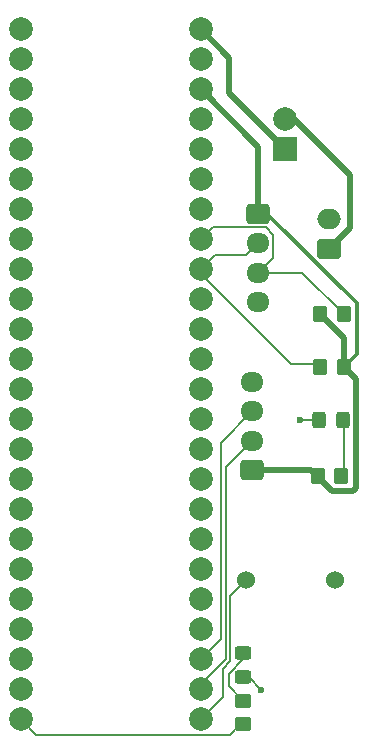
<source format=gbr>
%TF.GenerationSoftware,KiCad,Pcbnew,8.0.3*%
%TF.CreationDate,2024-12-28T15:57:08-05:00*%
%TF.ProjectId,mcu-board v2,6d63752d-626f-4617-9264-2076322e6b69,rev?*%
%TF.SameCoordinates,Original*%
%TF.FileFunction,Copper,L1,Top*%
%TF.FilePolarity,Positive*%
%FSLAX46Y46*%
G04 Gerber Fmt 4.6, Leading zero omitted, Abs format (unit mm)*
G04 Created by KiCad (PCBNEW 8.0.3) date 2024-12-28 15:57:08*
%MOMM*%
%LPD*%
G01*
G04 APERTURE LIST*
G04 Aperture macros list*
%AMRoundRect*
0 Rectangle with rounded corners*
0 $1 Rounding radius*
0 $2 $3 $4 $5 $6 $7 $8 $9 X,Y pos of 4 corners*
0 Add a 4 corners polygon primitive as box body*
4,1,4,$2,$3,$4,$5,$6,$7,$8,$9,$2,$3,0*
0 Add four circle primitives for the rounded corners*
1,1,$1+$1,$2,$3*
1,1,$1+$1,$4,$5*
1,1,$1+$1,$6,$7*
1,1,$1+$1,$8,$9*
0 Add four rect primitives between the rounded corners*
20,1,$1+$1,$2,$3,$4,$5,0*
20,1,$1+$1,$4,$5,$6,$7,0*
20,1,$1+$1,$6,$7,$8,$9,0*
20,1,$1+$1,$8,$9,$2,$3,0*%
G04 Aperture macros list end*
%TA.AperFunction,ComponentPad*%
%ADD10RoundRect,0.250000X-0.725000X0.600000X-0.725000X-0.600000X0.725000X-0.600000X0.725000X0.600000X0*%
%TD*%
%TA.AperFunction,ComponentPad*%
%ADD11O,1.950000X1.700000*%
%TD*%
%TA.AperFunction,SMDPad,CuDef*%
%ADD12RoundRect,0.250000X-0.350000X-0.450000X0.350000X-0.450000X0.350000X0.450000X-0.350000X0.450000X0*%
%TD*%
%TA.AperFunction,SMDPad,CuDef*%
%ADD13RoundRect,0.250000X0.450000X-0.325000X0.450000X0.325000X-0.450000X0.325000X-0.450000X-0.325000X0*%
%TD*%
%TA.AperFunction,SMDPad,CuDef*%
%ADD14RoundRect,0.250000X-0.325000X-0.450000X0.325000X-0.450000X0.325000X0.450000X-0.325000X0.450000X0*%
%TD*%
%TA.AperFunction,ComponentPad*%
%ADD15C,1.524000*%
%TD*%
%TA.AperFunction,SMDPad,CuDef*%
%ADD16RoundRect,0.250000X-0.450000X0.350000X-0.450000X-0.350000X0.450000X-0.350000X0.450000X0.350000X0*%
%TD*%
%TA.AperFunction,ComponentPad*%
%ADD17RoundRect,0.250000X0.725000X-0.600000X0.725000X0.600000X-0.725000X0.600000X-0.725000X-0.600000X0*%
%TD*%
%TA.AperFunction,ComponentPad*%
%ADD18R,2.000000X2.000000*%
%TD*%
%TA.AperFunction,ComponentPad*%
%ADD19C,2.000000*%
%TD*%
%TA.AperFunction,ComponentPad*%
%ADD20RoundRect,0.250000X0.750000X-0.600000X0.750000X0.600000X-0.750000X0.600000X-0.750000X-0.600000X0*%
%TD*%
%TA.AperFunction,ComponentPad*%
%ADD21O,2.000000X1.700000*%
%TD*%
%TA.AperFunction,ViaPad*%
%ADD22C,0.600000*%
%TD*%
%TA.AperFunction,Conductor*%
%ADD23C,0.200000*%
%TD*%
%TA.AperFunction,Conductor*%
%ADD24C,0.500000*%
%TD*%
%TA.AperFunction,Conductor*%
%ADD25C,0.300000*%
%TD*%
G04 APERTURE END LIST*
D10*
%TO.P,J2,1,Pin_1*%
%TO.N,+3.3V*%
X112250000Y-59750000D03*
D11*
%TO.P,J2,2,Pin_2*%
%TO.N,/SDA0*%
X112250000Y-62250000D03*
%TO.P,J2,3,Pin_3*%
%TO.N,/SCL0*%
X112250000Y-64750000D03*
%TO.P,J2,4,Pin_4*%
%TO.N,GND*%
X112250000Y-67250000D03*
%TD*%
D12*
%TO.P,R4,1*%
%TO.N,+3.3V*%
X117500000Y-68250000D03*
%TO.P,R4,2*%
%TO.N,/SCL0*%
X119500000Y-68250000D03*
%TD*%
D13*
%TO.P,D2,1,K*%
%TO.N,GND*%
X111000000Y-99025000D03*
%TO.P,D2,2,A*%
%TO.N,Net-(D2-A)*%
X111000000Y-96975000D03*
%TD*%
D14*
%TO.P,D1,1,K*%
%TO.N,GND*%
X117375000Y-77250000D03*
%TO.P,D1,2,A*%
%TO.N,Net-(D1-A)*%
X119425000Y-77250000D03*
%TD*%
D15*
%TO.P,BZ1,1,+*%
%TO.N,Net-(BZ1-+)*%
X111250000Y-90750000D03*
%TO.P,BZ1,2,-*%
%TO.N,GND*%
X118750000Y-90750000D03*
%TD*%
D16*
%TO.P,R6,1*%
%TO.N,Net-(D2-A)*%
X111000000Y-101000000D03*
%TO.P,R6,2*%
%TO.N,Net-(R6-Pad2)*%
X111000000Y-103000000D03*
%TD*%
D12*
%TO.P,R5,1*%
%TO.N,+3.3V*%
X117300000Y-82000000D03*
%TO.P,R5,2*%
%TO.N,Net-(D1-A)*%
X119300000Y-82000000D03*
%TD*%
D17*
%TO.P,J4,1,Pin_1*%
%TO.N,+3.3V*%
X111750000Y-81500000D03*
D11*
%TO.P,J4,2,Pin_2*%
%TO.N,/RX8*%
X111750000Y-79000000D03*
%TO.P,J4,3,Pin_3*%
%TO.N,/TX8*%
X111750000Y-76500000D03*
%TO.P,J4,4,Pin_4*%
%TO.N,GND*%
X111750000Y-74000000D03*
%TD*%
D18*
%TO.P,J11,1,Pin_1*%
%TO.N,Net-(J11-Pin_1)*%
X114500000Y-54290000D03*
D19*
%TO.P,J11,2,Pin_2*%
%TO.N,Net-(J11-Pin_2)*%
X114500000Y-51750000D03*
%TD*%
%TO.P,Teensy4.2,0,GND*%
%TO.N,unconnected-(Teensy4.2-GND-Pad0)*%
X92138125Y-44168125D03*
%TO.P,Teensy4.2,1,RX1*%
%TO.N,/RX1*%
X92138125Y-46708125D03*
%TO.P,Teensy4.2,2,TX1*%
%TO.N,/TX1*%
X92138125Y-49248125D03*
%TO.P,Teensy4.2,3,PWM*%
%TO.N,unconnected-(Teensy4.2-PWM-Pad3)*%
X92138125Y-51788125D03*
%TO.P,Teensy4.2,4,PWM*%
%TO.N,unconnected-(Teensy4.2-PWM-Pad4)*%
X92138125Y-54328125D03*
%TO.P,Teensy4.2,5,PWM*%
%TO.N,unconnected-(Teensy4.2-PWM-Pad5)*%
X92138125Y-56868125D03*
%TO.P,Teensy4.2,6,PWM*%
%TO.N,unconnected-(Teensy4.2-PWM-Pad6)*%
X92138125Y-59408125D03*
%TO.P,Teensy4.2,7,PWM*%
%TO.N,unconnected-(Teensy4.2-PWM-Pad7)*%
X92138125Y-61948125D03*
%TO.P,Teensy4.2,8,RX2*%
%TO.N,/RX2*%
X92138125Y-64488125D03*
%TO.P,Teensy4.2,9,TX2*%
%TO.N,/TX2*%
X92138125Y-67028125D03*
%TO.P,Teensy4.2,10,PWM*%
%TO.N,unconnected-(Teensy4.2-PWM-Pad10)*%
X92138125Y-69568125D03*
%TO.P,Teensy4.2,11,CS*%
%TO.N,/CS0*%
X92138125Y-72108125D03*
%TO.P,Teensy4.2,12,MOSI*%
%TO.N,/MOSI0*%
X92138125Y-74648125D03*
%TO.P,Teensy4.2,13,MISO*%
%TO.N,/MISO0*%
X92138125Y-77188125D03*
%TO.P,Teensy4.2,14,3.3V*%
%TO.N,unconnected-(Teensy4.2-3.3V-Pad14)*%
X92138125Y-79728125D03*
%TO.P,Teensy4.2,15,SCL2*%
%TO.N,/SCL2*%
X92138125Y-82268125D03*
%TO.P,Teensy4.2,16,SDA2*%
%TO.N,/SDA2*%
X92138125Y-84808125D03*
%TO.P,Teensy4.2,17,MOSI1*%
%TO.N,/MOSI1*%
X92138125Y-87348125D03*
%TO.P,Teensy4.2,18,SCK1*%
%TO.N,/SCK1*%
X92138125Y-89888125D03*
%TO.P,Teensy4.2,19,RX7*%
%TO.N,/RX7*%
X92138125Y-92428125D03*
%TO.P,Teensy4.2,20,TX7*%
%TO.N,/TX7*%
X92138125Y-94968125D03*
%TO.P,Teensy4.2,21,GPIO*%
%TO.N,unconnected-(Teensy4.2-GPIO-Pad21)*%
X92138125Y-97508125D03*
%TO.P,Teensy4.2,22,GPIO*%
%TO.N,unconnected-(Teensy4.2-GPIO-Pad22)*%
X92138125Y-100048125D03*
%TO.P,Teensy4.2,23,GPIO*%
%TO.N,Net-(R6-Pad2)*%
X92138125Y-102588125D03*
%TO.P,Teensy4.2,24,PWM*%
%TO.N,Net-(BZ1-+)*%
X107378125Y-102588125D03*
%TO.P,Teensy4.2,25,RX8*%
%TO.N,/RX8*%
X107378125Y-100048125D03*
%TO.P,Teensy4.2,26,TX8*%
%TO.N,/TX8*%
X107378125Y-97508125D03*
%TO.P,Teensy4.2,27,PWM*%
%TO.N,unconnected-(Teensy4.2-PWM-Pad27)*%
X107378125Y-94968125D03*
%TO.P,Teensy4.2,28,PWM*%
%TO.N,unconnected-(Teensy4.2-PWM-Pad28)*%
X107378125Y-92428125D03*
%TO.P,Teensy4.2,29,CS1*%
%TO.N,/CS1*%
X107378125Y-89888125D03*
%TO.P,Teensy4.2,30,MISO*%
%TO.N,/MISO1*%
X107378125Y-87348125D03*
%TO.P,Teensy4.2,31,A16*%
%TO.N,unconnected-(Teensy4.2-A16-Pad31)*%
X107378125Y-84808125D03*
%TO.P,Teensy4.2,32,A17*%
%TO.N,unconnected-(Teensy4.2-A17-Pad32)*%
X107378125Y-82268125D03*
%TO.P,Teensy4.2,33,GND*%
%TO.N,GND*%
X107378125Y-79728125D03*
%TO.P,Teensy4.2,34,SCK*%
%TO.N,/SCK0*%
X107378125Y-77188125D03*
%TO.P,Teensy4.2,35,A0*%
%TO.N,unconnected-(Teensy4.2-A0-Pad35)*%
X107378125Y-74648125D03*
%TO.P,Teensy4.2,36,A1*%
%TO.N,unconnected-(Teensy4.2-A1-Pad36)*%
X107378125Y-72108125D03*
%TO.P,Teensy4.2,37,A2*%
%TO.N,unconnected-(Teensy4.2-A2-Pad37)*%
X107378125Y-69568125D03*
%TO.P,Teensy4.2,38,A3*%
%TO.N,unconnected-(Teensy4.2-A3-Pad38)*%
X107378125Y-67028125D03*
%TO.P,Teensy4.2,39,SDA*%
%TO.N,/SDA0*%
X107378125Y-64488125D03*
%TO.P,Teensy4.2,40,SCL*%
%TO.N,/SCL0*%
X107378125Y-61948125D03*
%TO.P,Teensy4.2,41,TX5*%
%TO.N,/RX5*%
X107378125Y-59408125D03*
%TO.P,Teensy4.2,42,RX5*%
%TO.N,/TX5*%
X107378125Y-56868125D03*
%TO.P,Teensy4.2,43,PWM*%
%TO.N,unconnected-(Teensy4.2-PWM-Pad43)*%
X107378125Y-54328125D03*
%TO.P,Teensy4.2,44,PWM*%
%TO.N,unconnected-(Teensy4.2-PWM-Pad44)*%
X107378125Y-51788125D03*
%TO.P,Teensy4.2,45,3.3V*%
%TO.N,+3.3V*%
X107378125Y-49248125D03*
%TO.P,Teensy4.2,46,GND*%
%TO.N,GND*%
X107378125Y-46708125D03*
%TO.P,Teensy4.2,47,Vin*%
%TO.N,Net-(J11-Pin_1)*%
X107378125Y-44168125D03*
%TD*%
D20*
%TO.P,J9,1,Pin_1*%
%TO.N,Net-(J11-Pin_2)*%
X118250000Y-62750000D03*
D21*
%TO.P,J9,2,Pin_2*%
%TO.N,GND*%
X118250000Y-60250000D03*
%TD*%
D12*
%TO.P,R3,1*%
%TO.N,/SDA0*%
X117500000Y-72750000D03*
%TO.P,R3,2*%
%TO.N,+3.3V*%
X119500000Y-72750000D03*
%TD*%
D22*
%TO.N,GND*%
X112522000Y-100076000D03*
X115824000Y-77216000D03*
%TD*%
D23*
%TO.N,GND*%
X111471000Y-99025000D02*
X112522000Y-100076000D01*
X111000000Y-99025000D02*
X111471000Y-99025000D01*
X115858000Y-77250000D02*
X115824000Y-77216000D01*
X117375000Y-77250000D02*
X115858000Y-77250000D01*
D24*
%TO.N,+3.3V*%
X120500000Y-73750000D02*
X119500000Y-72750000D01*
X120250000Y-83250000D02*
X120500000Y-83000000D01*
X118500000Y-83250000D02*
X120250000Y-83250000D01*
X111750000Y-81500000D02*
X116750000Y-81500000D01*
X116750000Y-81500000D02*
X118500000Y-83250000D01*
X120500000Y-83000000D02*
X120500000Y-73750000D01*
D23*
%TO.N,Net-(BZ1-+)*%
X109900000Y-92100000D02*
X111250000Y-90750000D01*
X109250000Y-98315686D02*
X109900000Y-97665686D01*
X109900000Y-97665686D02*
X109900000Y-92100000D01*
X107378125Y-102588125D02*
X109250000Y-100716250D01*
X109250000Y-100716250D02*
X109250000Y-98315686D01*
%TO.N,GND*%
X110750000Y-99025000D02*
X110750000Y-99000000D01*
%TO.N,Net-(D1-A)*%
X119500000Y-82000000D02*
X119500000Y-77300000D01*
X119500000Y-77300000D02*
X119550000Y-77250000D01*
%TO.N,Net-(D2-A)*%
X109750000Y-99750000D02*
X111000000Y-101000000D01*
X111000000Y-97465256D02*
X109750000Y-98715256D01*
X109750000Y-98715256D02*
X109750000Y-99750000D01*
X111000000Y-96975000D02*
X111000000Y-97465256D01*
D25*
%TO.N,+3.3V*%
X120600000Y-67350000D02*
X120600000Y-71650000D01*
X113000000Y-59750000D02*
X120600000Y-67350000D01*
X120600000Y-71650000D02*
X119500000Y-72750000D01*
D24*
X117500000Y-68250000D02*
X119500000Y-70250000D01*
X112250000Y-59750000D02*
X112250000Y-54120000D01*
X112250000Y-54120000D02*
X107378125Y-49248125D01*
X119500000Y-70250000D02*
X119500000Y-72750000D01*
D25*
X112250000Y-59750000D02*
X113000000Y-59750000D01*
D24*
%TO.N,Net-(J11-Pin_2)*%
X115250000Y-51750000D02*
X114500000Y-51750000D01*
X118250000Y-62750000D02*
X120000000Y-61000000D01*
X120000000Y-56500000D02*
X115250000Y-51750000D01*
X120000000Y-61000000D02*
X120000000Y-56500000D01*
%TO.N,Net-(J11-Pin_1)*%
X109750000Y-46540000D02*
X107378125Y-44168125D01*
X114500000Y-54290000D02*
X109750000Y-49540000D01*
X109750000Y-49540000D02*
X109750000Y-46540000D01*
D23*
%TO.N,Net-(R6-Pad2)*%
X93438125Y-103888125D02*
X109861875Y-103888125D01*
X92138125Y-102588125D02*
X93438125Y-103888125D01*
X109861875Y-103888125D02*
X110750000Y-103000000D01*
%TO.N,/RX8*%
X107378125Y-99621875D02*
X109500000Y-97500000D01*
X107378125Y-100048125D02*
X107378125Y-99621875D01*
X109500000Y-97500000D02*
X109500000Y-81250000D01*
X109500000Y-81250000D02*
X111750000Y-79000000D01*
%TO.N,/TX8*%
X109100000Y-79150000D02*
X111750000Y-76500000D01*
X109100000Y-95786250D02*
X109100000Y-79150000D01*
X107378125Y-97508125D02*
X109100000Y-95786250D01*
%TO.N,/SCL0*%
X112900000Y-60900000D02*
X108426250Y-60900000D01*
X108426250Y-60900000D02*
X107378125Y-61948125D01*
X119500000Y-68250000D02*
X116000000Y-64750000D01*
X113525000Y-63475000D02*
X113525000Y-61525000D01*
X116000000Y-64750000D02*
X112250000Y-64750000D01*
X113525000Y-61525000D02*
X112900000Y-60900000D01*
X112250000Y-64750000D02*
X113525000Y-63475000D01*
%TO.N,/SDA0*%
X111250000Y-63250000D02*
X108616250Y-63250000D01*
X115000000Y-72500000D02*
X107378125Y-64878125D01*
X107378125Y-64878125D02*
X107378125Y-64488125D01*
X108616250Y-63250000D02*
X107378125Y-64488125D01*
X117500000Y-72750000D02*
X117250000Y-72500000D01*
X117250000Y-72500000D02*
X115000000Y-72500000D01*
X112250000Y-62250000D02*
X111250000Y-63250000D01*
%TD*%
M02*

</source>
